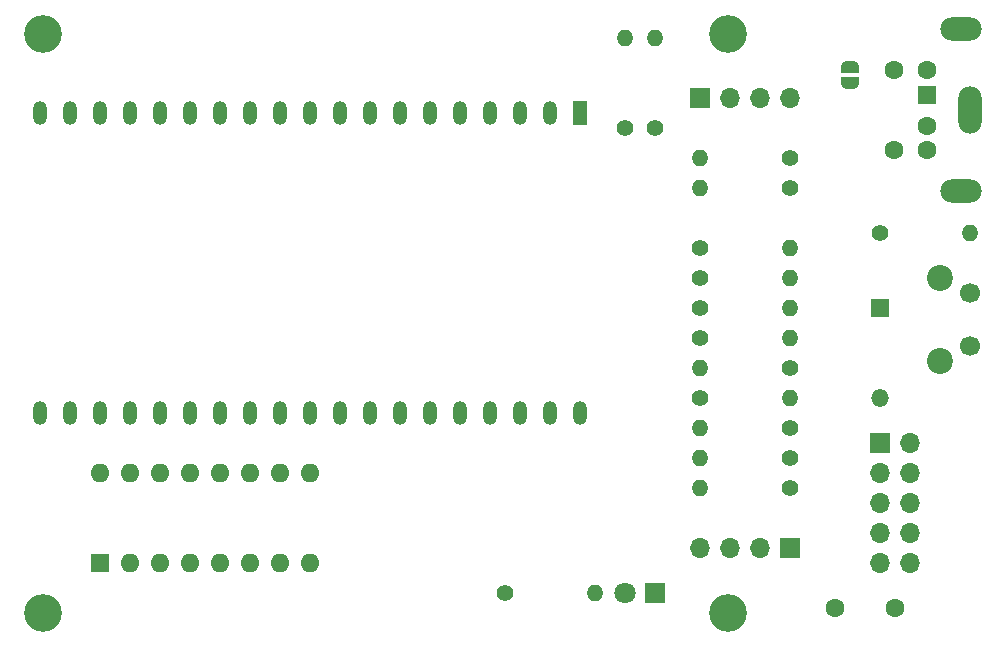
<source format=gbs>
G04 #@! TF.GenerationSoftware,KiCad,Pcbnew,7.0.9*
G04 #@! TF.CreationDate,2023-11-12T17:18:32+09:00*
G04 #@! TF.ProjectId,SharpKeyQ,53686172-704b-4657-9951-2e6b69636164,rev?*
G04 #@! TF.SameCoordinates,Original*
G04 #@! TF.FileFunction,Soldermask,Bot*
G04 #@! TF.FilePolarity,Negative*
%FSLAX46Y46*%
G04 Gerber Fmt 4.6, Leading zero omitted, Abs format (unit mm)*
G04 Created by KiCad (PCBNEW 7.0.9) date 2023-11-12 17:18:32*
%MOMM*%
%LPD*%
G01*
G04 APERTURE LIST*
G04 Aperture macros list*
%AMFreePoly0*
4,1,19,0.500000,-0.750000,0.000000,-0.750000,0.000000,-0.744911,-0.071157,-0.744911,-0.207708,-0.704816,-0.327430,-0.627875,-0.420627,-0.520320,-0.479746,-0.390866,-0.500000,-0.250000,-0.500000,0.250000,-0.479746,0.390866,-0.420627,0.520320,-0.327430,0.627875,-0.207708,0.704816,-0.071157,0.744911,0.000000,0.744911,0.000000,0.750000,0.500000,0.750000,0.500000,-0.750000,0.500000,-0.750000,
$1*%
%AMFreePoly1*
4,1,19,0.000000,0.744911,0.071157,0.744911,0.207708,0.704816,0.327430,0.627875,0.420627,0.520320,0.479746,0.390866,0.500000,0.250000,0.500000,-0.250000,0.479746,-0.390866,0.420627,-0.520320,0.327430,-0.627875,0.207708,-0.704816,0.071157,-0.744911,0.000000,-0.744911,0.000000,-0.750000,-0.500000,-0.750000,-0.500000,0.750000,0.000000,0.750000,0.000000,0.744911,0.000000,0.744911,
$1*%
G04 Aperture macros list end*
%ADD10C,1.400000*%
%ADD11O,1.400000X1.400000*%
%ADD12R,1.600000X1.600000*%
%ADD13O,1.600000X1.600000*%
%ADD14R,1.700000X1.700000*%
%ADD15O,1.700000X1.700000*%
%ADD16R,1.200000X2.000000*%
%ADD17O,1.200000X2.000000*%
%ADD18R,1.500000X1.500000*%
%ADD19O,1.500000X1.500000*%
%ADD20C,1.600000*%
%ADD21C,3.200000*%
%ADD22R,1.800000X1.800000*%
%ADD23C,1.800000*%
%ADD24C,2.200000*%
%ADD25C,1.700000*%
%ADD26O,3.500000X2.000000*%
%ADD27O,2.000000X4.000000*%
%ADD28FreePoly0,90.000000*%
%ADD29FreePoly1,90.000000*%
G04 APERTURE END LIST*
D10*
G04 #@! TO.C,R9*
X142240000Y-100330000D03*
D11*
X149860000Y-100330000D03*
G04 #@! TD*
D10*
G04 #@! TO.C,R4*
X138430000Y-77470000D03*
D11*
X138430000Y-69850000D03*
G04 #@! TD*
D10*
G04 #@! TO.C,R2*
X149860000Y-82550000D03*
D11*
X142240000Y-82550000D03*
G04 #@! TD*
D10*
G04 #@! TO.C,R5*
X157480000Y-86360000D03*
D11*
X165100000Y-86360000D03*
G04 #@! TD*
D10*
G04 #@! TO.C,R15*
X125730000Y-116840000D03*
D11*
X133350000Y-116840000D03*
G04 #@! TD*
D10*
G04 #@! TO.C,R14*
X149860000Y-97790000D03*
D11*
X142240000Y-97790000D03*
G04 #@! TD*
D12*
G04 #@! TO.C,U2*
X91440000Y-114300000D03*
D13*
X93980000Y-114300000D03*
X96520000Y-114300000D03*
X99060000Y-114300000D03*
X101600000Y-114300000D03*
X104140000Y-114300000D03*
X106680000Y-114300000D03*
X109220000Y-114300000D03*
X109220000Y-106680000D03*
X106680000Y-106680000D03*
X104140000Y-106680000D03*
X101600000Y-106680000D03*
X99060000Y-106680000D03*
X96520000Y-106680000D03*
X93980000Y-106680000D03*
X91440000Y-106680000D03*
G04 #@! TD*
D14*
G04 #@! TO.C,J3*
X149860000Y-113030000D03*
D15*
X147320000Y-113030000D03*
X144780000Y-113030000D03*
X142240000Y-113030000D03*
G04 #@! TD*
D16*
G04 #@! TO.C,U1*
X132080000Y-76200000D03*
D17*
X129540000Y-76200000D03*
X127000000Y-76200000D03*
X124460000Y-76200000D03*
X121920000Y-76200000D03*
X119380000Y-76200000D03*
X116840000Y-76200000D03*
X114300000Y-76200000D03*
X111760000Y-76200000D03*
X109220000Y-76200000D03*
X106680000Y-76200000D03*
X104140000Y-76200000D03*
X101600000Y-76200000D03*
X99060000Y-76200000D03*
X96520000Y-76200000D03*
X93980000Y-76200000D03*
X91440000Y-76200000D03*
X88900000Y-76200000D03*
X86360000Y-76200000D03*
X86362720Y-101596320D03*
X88902720Y-101596320D03*
X91440000Y-101600000D03*
X93980000Y-101600000D03*
X96520000Y-101600000D03*
X99060000Y-101600000D03*
X101600000Y-101600000D03*
X104140000Y-101600000D03*
X106680000Y-101600000D03*
X109220000Y-101600000D03*
X111760000Y-101600000D03*
X114300000Y-101600000D03*
X116840000Y-101600000D03*
X119380000Y-101600000D03*
X121920000Y-101600000D03*
X124460000Y-101600000D03*
X127000000Y-101600000D03*
X129540000Y-101600000D03*
X132080000Y-101600000D03*
G04 #@! TD*
D10*
G04 #@! TO.C,R12*
X149860000Y-107950000D03*
D11*
X142240000Y-107950000D03*
G04 #@! TD*
D18*
G04 #@! TO.C,D1*
X157480000Y-92705000D03*
D19*
X157480000Y-100325000D03*
G04 #@! TD*
D20*
G04 #@! TO.C,C1*
X153710000Y-118110000D03*
X158710000Y-118110000D03*
G04 #@! TD*
D21*
G04 #@! TO.C,REF3*
X86600000Y-118540000D03*
G04 #@! TD*
D10*
G04 #@! TO.C,R8*
X149860000Y-105410000D03*
D11*
X142240000Y-105410000D03*
G04 #@! TD*
D21*
G04 #@! TO.C,REF2*
X144600000Y-69540000D03*
G04 #@! TD*
G04 #@! TO.C,REF4*
X144600000Y-118540000D03*
G04 #@! TD*
D10*
G04 #@! TO.C,R10*
X142240000Y-95250000D03*
D11*
X149860000Y-95250000D03*
G04 #@! TD*
D10*
G04 #@! TO.C,R6*
X142240000Y-90170000D03*
D11*
X149860000Y-90170000D03*
G04 #@! TD*
D14*
G04 #@! TO.C,J2*
X142240000Y-74930000D03*
D15*
X144780000Y-74930000D03*
X147320000Y-74930000D03*
X149860000Y-74930000D03*
G04 #@! TD*
D10*
G04 #@! TO.C,R11*
X142240000Y-92710000D03*
D11*
X149860000Y-92710000D03*
G04 #@! TD*
D10*
G04 #@! TO.C,R1*
X149860000Y-80010000D03*
D11*
X142240000Y-80010000D03*
G04 #@! TD*
D10*
G04 #@! TO.C,R7*
X142240000Y-87630000D03*
D11*
X149860000Y-87630000D03*
G04 #@! TD*
D22*
G04 #@! TO.C,D2*
X138430000Y-116840000D03*
D23*
X135890000Y-116840000D03*
G04 #@! TD*
D21*
G04 #@! TO.C,REF1*
X86600000Y-69540000D03*
G04 #@! TD*
D24*
G04 #@! TO.C,SW1*
X162600000Y-90190000D03*
X162600000Y-97190000D03*
D25*
X165100000Y-91440000D03*
X165100000Y-95940000D03*
G04 #@! TD*
D14*
G04 #@! TO.C,J4*
X157480000Y-104145000D03*
D15*
X160020000Y-104145000D03*
X157480000Y-106685000D03*
X160020000Y-106685000D03*
X157480000Y-109225000D03*
X160020000Y-109225000D03*
X157480000Y-111765000D03*
X160020000Y-111765000D03*
X157480000Y-114305000D03*
X160020000Y-114305000D03*
G04 #@! TD*
D10*
G04 #@! TO.C,R3*
X135890000Y-77470000D03*
D11*
X135890000Y-69850000D03*
G04 #@! TD*
D12*
G04 #@! TO.C,J1*
X161450000Y-74700000D03*
D20*
X161450000Y-77300000D03*
X161450000Y-72600000D03*
X161450000Y-79400000D03*
X158650000Y-72600000D03*
X158650000Y-79400000D03*
D26*
X164300000Y-82850000D03*
D27*
X165100000Y-76000000D03*
D26*
X164300000Y-69150000D03*
G04 #@! TD*
D10*
G04 #@! TO.C,R13*
X149860000Y-102870000D03*
D11*
X142240000Y-102870000D03*
G04 #@! TD*
D28*
G04 #@! TO.C,JP1*
X154940000Y-73660000D03*
D29*
X154940000Y-72360000D03*
G04 #@! TD*
M02*

</source>
